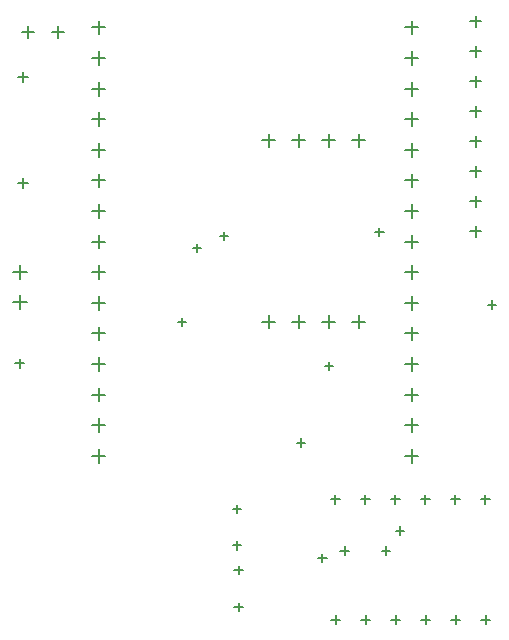
<source format=gbr>
G04*
G04 #@! TF.GenerationSoftware,Altium Limited,Altium Designer,24.0.1 (36)*
G04*
G04 Layer_Color=128*
%FSLAX44Y44*%
%MOMM*%
G71*
G04*
G04 #@! TF.SameCoordinates,EC9DE058-D042-415E-AAD2-1871FE4B3311*
G04*
G04*
G04 #@! TF.FilePolarity,Positive*
G04*
G01*
G75*
%ADD11C,0.1270*%
D11*
X405950Y700500D02*
X417550D01*
X411750Y694700D02*
Y706300D01*
X405950Y674600D02*
X417550D01*
X411750Y668800D02*
Y680400D01*
X405950Y648700D02*
X417550D01*
X411750Y642900D02*
Y654500D01*
X405950Y622800D02*
X417550D01*
X411750Y617000D02*
Y628600D01*
X405950Y596900D02*
X417550D01*
X411750Y591100D02*
Y602700D01*
X405950Y571000D02*
X417550D01*
X411750Y565200D02*
Y576800D01*
X405950Y545100D02*
X417550D01*
X411750Y539300D02*
Y550900D01*
X405950Y519200D02*
X417550D01*
X411750Y513400D02*
Y525000D01*
X405950Y493300D02*
X417550D01*
X411750Y487500D02*
Y499100D01*
X405950Y467400D02*
X417550D01*
X411750Y461600D02*
Y473200D01*
X405950Y441500D02*
X417550D01*
X411750Y435700D02*
Y447300D01*
X405950Y415600D02*
X417550D01*
X411750Y409800D02*
Y421400D01*
X405950Y389700D02*
X417550D01*
X411750Y383900D02*
Y395500D01*
X405950Y337900D02*
X417550D01*
X411750Y332100D02*
Y343700D01*
X405950Y363800D02*
X417550D01*
X411750Y358000D02*
Y369600D01*
X670950Y363800D02*
X682550D01*
X676750Y358000D02*
Y369600D01*
X670950Y337900D02*
X682550D01*
X676750Y332100D02*
Y343700D01*
X670950Y389700D02*
X682550D01*
X676750Y383900D02*
Y395500D01*
X670950Y415600D02*
X682550D01*
X676750Y409800D02*
Y421400D01*
X670950Y441500D02*
X682550D01*
X676750Y435700D02*
Y447300D01*
X670950Y467400D02*
X682550D01*
X676750Y461600D02*
Y473200D01*
X670950Y493300D02*
X682550D01*
X676750Y487500D02*
Y499100D01*
X670950Y519200D02*
X682550D01*
X676750Y513400D02*
Y525000D01*
X670950Y545100D02*
X682550D01*
X676750Y539300D02*
Y550900D01*
X670950Y571000D02*
X682550D01*
X676750Y565200D02*
Y576800D01*
X670950Y596900D02*
X682550D01*
X676750Y591100D02*
Y602700D01*
X670950Y622800D02*
X682550D01*
X676750Y617000D02*
Y628600D01*
X670950Y648700D02*
X682550D01*
X676750Y642900D02*
Y654500D01*
X670950Y674600D02*
X682550D01*
X676750Y668800D02*
Y680400D01*
X670950Y700500D02*
X682550D01*
X676750Y694700D02*
Y706300D01*
X626150Y604900D02*
X637750D01*
X631950Y599100D02*
Y610700D01*
X600750Y604900D02*
X612350D01*
X606550Y599100D02*
Y610700D01*
X575350Y604900D02*
X586950D01*
X581150Y599100D02*
Y610700D01*
X549950Y604900D02*
X561550D01*
X555750Y599100D02*
Y610700D01*
X626150Y451500D02*
X637750D01*
X631950Y445700D02*
Y457300D01*
X600750Y451500D02*
X612350D01*
X606550Y445700D02*
Y457300D01*
X575350Y451500D02*
X586950D01*
X581150Y445700D02*
Y457300D01*
X549950Y451500D02*
X561550D01*
X555750Y445700D02*
Y457300D01*
X525250Y293000D02*
X532250D01*
X528750Y289500D02*
Y296500D01*
X525250Y262000D02*
X532250D01*
X528750Y258500D02*
Y265500D01*
X526750Y210132D02*
X533750D01*
X530250Y206632D02*
Y213632D01*
X526750Y241132D02*
X533750D01*
X530250Y237632D02*
Y244632D01*
X339200Y467800D02*
X350800D01*
X345000Y462000D02*
Y473600D01*
X339200Y493200D02*
X350800D01*
X345000Y487400D02*
Y499000D01*
X372150Y697000D02*
X382150D01*
X377150Y692000D02*
Y702000D01*
X346750Y697000D02*
X356750D01*
X351750Y692000D02*
Y702000D01*
X343750Y568750D02*
X352250D01*
X348000Y564500D02*
Y573000D01*
X343750Y658750D02*
X352250D01*
X348000Y654500D02*
Y663000D01*
X726500Y527800D02*
X735500D01*
X731000Y523300D02*
Y532300D01*
X726500Y553200D02*
X735500D01*
X731000Y548700D02*
Y557700D01*
X726500Y578600D02*
X735500D01*
X731000Y574100D02*
Y583100D01*
X726500Y604000D02*
X735500D01*
X731000Y599500D02*
Y608500D01*
X726500Y629400D02*
X735500D01*
X731000Y624900D02*
Y633900D01*
X726500Y654800D02*
X735500D01*
X731000Y650300D02*
Y659300D01*
X726500Y680200D02*
X735500D01*
X731000Y675700D02*
Y684700D01*
X726500Y705600D02*
X735500D01*
X731000Y701100D02*
Y710100D01*
X608340Y301250D02*
X615960D01*
X612150Y297440D02*
Y305060D01*
X633740Y301250D02*
X641360D01*
X637550Y297440D02*
Y305060D01*
X659140Y301250D02*
X666760D01*
X662950Y297440D02*
Y305060D01*
X684540Y301250D02*
X692160D01*
X688350Y297440D02*
Y305060D01*
X709940Y301250D02*
X717560D01*
X713750Y297440D02*
Y305060D01*
X735340Y301250D02*
X742960D01*
X739150Y297440D02*
Y305060D01*
X608590Y199250D02*
X616210D01*
X612400Y195440D02*
Y203060D01*
X633990Y199250D02*
X641610D01*
X637800Y195440D02*
Y203060D01*
X659390Y199250D02*
X667010D01*
X663200Y195440D02*
Y203060D01*
X684790Y199250D02*
X692410D01*
X688600Y195440D02*
Y203060D01*
X710190Y199250D02*
X717810D01*
X714000Y195440D02*
Y203060D01*
X735590Y199250D02*
X743210D01*
X739400Y195440D02*
Y203060D01*
X579806Y349000D02*
X586918D01*
X583362Y345444D02*
Y352556D01*
X514604Y523748D02*
X521716D01*
X518160Y520192D02*
Y527304D01*
X603504Y413750D02*
X610616D01*
X607060Y410194D02*
Y417306D01*
X491490Y513842D02*
X498602D01*
X495046Y510286D02*
Y517398D01*
X478790Y451358D02*
X485902D01*
X482346Y447802D02*
Y454914D01*
X616458Y257556D02*
X623570D01*
X620014Y254000D02*
Y261112D01*
X651510Y257556D02*
X658622D01*
X655066Y254000D02*
Y261112D01*
X741426Y465836D02*
X748538D01*
X744982Y462280D02*
Y469392D01*
X663448Y274574D02*
X670560D01*
X667004Y271018D02*
Y278130D01*
X597662Y251460D02*
X604774D01*
X601218Y247904D02*
Y255016D01*
X341376Y416052D02*
X348488D01*
X344932Y412496D02*
Y419608D01*
X645922Y527558D02*
X653034D01*
X649478Y524002D02*
Y531114D01*
M02*

</source>
